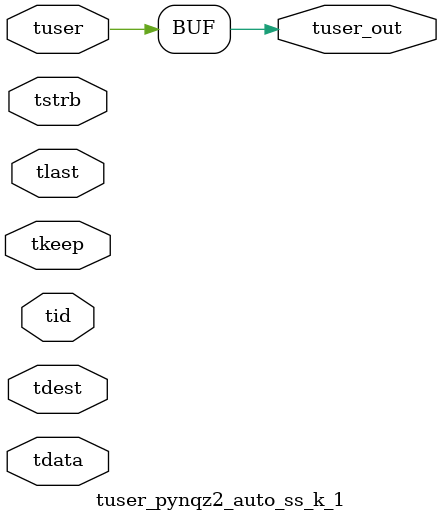
<source format=v>


`timescale 1ps/1ps

module tuser_pynqz2_auto_ss_k_1 #
(
parameter C_S_AXIS_TUSER_WIDTH = 1,
parameter C_S_AXIS_TDATA_WIDTH = 32,
parameter C_S_AXIS_TID_WIDTH   = 0,
parameter C_S_AXIS_TDEST_WIDTH = 0,
parameter C_M_AXIS_TUSER_WIDTH = 1
)
(
input  [(C_S_AXIS_TUSER_WIDTH == 0 ? 1 : C_S_AXIS_TUSER_WIDTH)-1:0     ] tuser,
input  [(C_S_AXIS_TDATA_WIDTH == 0 ? 1 : C_S_AXIS_TDATA_WIDTH)-1:0     ] tdata,
input  [(C_S_AXIS_TID_WIDTH   == 0 ? 1 : C_S_AXIS_TID_WIDTH)-1:0       ] tid,
input  [(C_S_AXIS_TDEST_WIDTH == 0 ? 1 : C_S_AXIS_TDEST_WIDTH)-1:0     ] tdest,
input  [(C_S_AXIS_TDATA_WIDTH/8)-1:0 ] tkeep,
input  [(C_S_AXIS_TDATA_WIDTH/8)-1:0 ] tstrb,
input                                                                    tlast,
output [C_M_AXIS_TUSER_WIDTH-1:0] tuser_out
);

assign tuser_out = {tuser[31:0]};

endmodule


</source>
